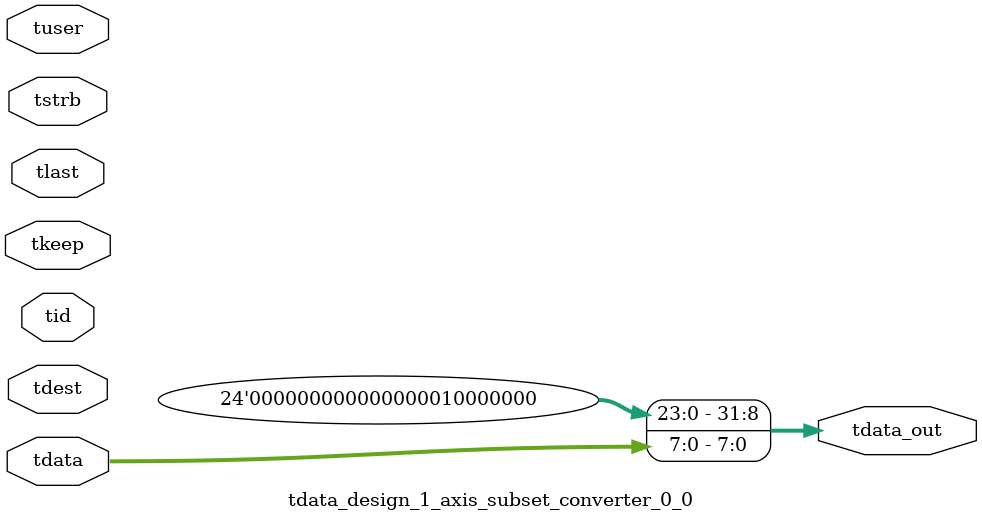
<source format=v>


`timescale 1ps/1ps

module tdata_design_1_axis_subset_converter_0_0 #
(
parameter C_S_AXIS_TDATA_WIDTH = 32,
parameter C_S_AXIS_TUSER_WIDTH = 0,
parameter C_S_AXIS_TID_WIDTH   = 0,
parameter C_S_AXIS_TDEST_WIDTH = 0,
parameter C_M_AXIS_TDATA_WIDTH = 32
)
(
input  [(C_S_AXIS_TDATA_WIDTH == 0 ? 1 : C_S_AXIS_TDATA_WIDTH)-1:0     ] tdata,
input  [(C_S_AXIS_TUSER_WIDTH == 0 ? 1 : C_S_AXIS_TUSER_WIDTH)-1:0     ] tuser,
input  [(C_S_AXIS_TID_WIDTH   == 0 ? 1 : C_S_AXIS_TID_WIDTH)-1:0       ] tid,
input  [(C_S_AXIS_TDEST_WIDTH == 0 ? 1 : C_S_AXIS_TDEST_WIDTH)-1:0     ] tdest,
input  [(C_S_AXIS_TDATA_WIDTH/8)-1:0 ] tkeep,
input  [(C_S_AXIS_TDATA_WIDTH/8)-1:0 ] tstrb,
input                                                                    tlast,
output [C_M_AXIS_TDATA_WIDTH-1:0] tdata_out
);

assign tdata_out = {8'b10000000,tdata[7:0]};

endmodule


</source>
